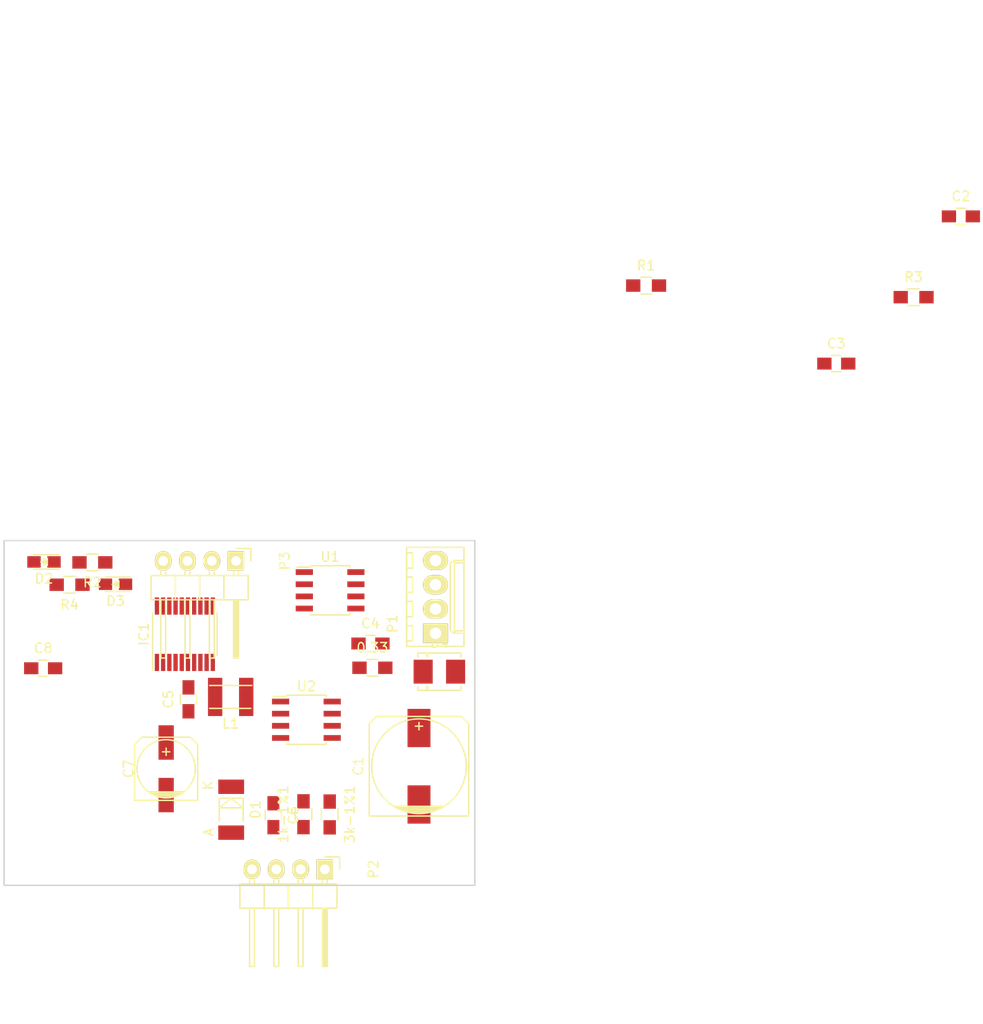
<source format=kicad_pcb>
(kicad_pcb (version 4) (host pcbnew 4.0.2-stable)

  (general
    (links 58)
    (no_connects 58)
    (area 53.112599 105.588999 102.538601 141.807001)
    (thickness 1.6)
    (drawings 10)
    (tracks 0)
    (zones 0)
    (modules 26)
    (nets 31)
  )

  (page A4)
  (layers
    (0 F.Cu signal)
    (31 B.Cu signal)
    (32 B.Adhes user)
    (33 F.Adhes user)
    (34 B.Paste user)
    (35 F.Paste user)
    (36 B.SilkS user)
    (37 F.SilkS user)
    (38 B.Mask user)
    (39 F.Mask user)
    (40 Dwgs.User user)
    (41 Cmts.User user)
    (42 Eco1.User user)
    (43 Eco2.User user)
    (44 Edge.Cuts user)
    (45 Margin user)
    (46 B.CrtYd user)
    (47 F.CrtYd user)
    (48 B.Fab user)
    (49 F.Fab user)
  )

  (setup
    (last_trace_width 0.25)
    (trace_clearance 0.2)
    (zone_clearance 0.508)
    (zone_45_only no)
    (trace_min 0.2)
    (segment_width 0.2)
    (edge_width 0.15)
    (via_size 0.6)
    (via_drill 0.4)
    (via_min_size 0.4)
    (via_min_drill 0.3)
    (uvia_size 0.3)
    (uvia_drill 0.1)
    (uvias_allowed no)
    (uvia_min_size 0.2)
    (uvia_min_drill 0.1)
    (pcb_text_width 0.3)
    (pcb_text_size 1.5 1.5)
    (mod_edge_width 0.15)
    (mod_text_size 1 1)
    (mod_text_width 0.15)
    (pad_size 1.8 0.6)
    (pad_drill 0)
    (pad_to_mask_clearance 0.2)
    (aux_axis_origin 0 0)
    (visible_elements 7FFFFFFF)
    (pcbplotparams
      (layerselection 0x00030_80000001)
      (usegerberextensions false)
      (excludeedgelayer true)
      (linewidth 0.100000)
      (plotframeref false)
      (viasonmask false)
      (mode 1)
      (useauxorigin false)
      (hpglpennumber 1)
      (hpglpenspeed 20)
      (hpglpendiameter 15)
      (hpglpenoverlay 2)
      (psnegative false)
      (psa4output false)
      (plotreference true)
      (plotvalue true)
      (plotinvisibletext false)
      (padsonsilk false)
      (subtractmaskfromsilk false)
      (outputformat 1)
      (mirror false)
      (drillshape 1)
      (scaleselection 1)
      (outputdirectory ""))
  )

  (net 0 "")
  (net 1 "Net-(0.33-Pad1)")
  (net 2 "Net-(0.33-Pad2)")
  (net 3 GND)
  (net 4 "Net-(1k-1%1-Pad2)")
  (net 5 +5V)
  (net 6 +24V)
  (net 7 /485A)
  (net 8 /485B)
  (net 9 "Net-(C5-Pad1)")
  (net 10 "Net-(C6-Pad1)")
  (net 11 "Net-(D1-Pad1)")
  (net 12 "Net-(D2-Pad1)")
  (net 13 "Net-(D3-Pad2)")
  (net 14 "Net-(D3-Pad1)")
  (net 15 /TRIG)
  (net 16 /MAX485-TX)
  (net 17 /MAX485-RX)
  (net 18 "Net-(IC1-Pad5)")
  (net 19 "Net-(IC1-Pad6)")
  (net 20 "Net-(IC1-Pad10)")
  (net 21 /ECHO)
  (net 22 "Net-(IC1-Pad12)")
  (net 23 "Net-(IC1-Pad13)")
  (net 24 /MAX485-DIR)
  (net 25 "Net-(IC1-Pad15)")
  (net 26 "Net-(IC1-Pad16)")
  (net 27 /SWIM)
  (net 28 "Net-(IC1-Pad19)")
  (net 29 "Net-(IC1-Pad20)")
  (net 30 /NRST)

  (net_class Default "This is the default net class."
    (clearance 0.2)
    (trace_width 0.25)
    (via_dia 0.6)
    (via_drill 0.4)
    (uvia_dia 0.3)
    (uvia_drill 0.1)
    (add_net +24V)
    (add_net +5V)
    (add_net /485A)
    (add_net /485B)
    (add_net /ECHO)
    (add_net /MAX485-DIR)
    (add_net /MAX485-RX)
    (add_net /MAX485-TX)
    (add_net /NRST)
    (add_net /SWIM)
    (add_net /TRIG)
    (add_net GND)
    (add_net "Net-(0.33-Pad1)")
    (add_net "Net-(0.33-Pad2)")
    (add_net "Net-(1k-1%1-Pad2)")
    (add_net "Net-(C5-Pad1)")
    (add_net "Net-(C6-Pad1)")
    (add_net "Net-(D1-Pad1)")
    (add_net "Net-(D2-Pad1)")
    (add_net "Net-(D3-Pad1)")
    (add_net "Net-(D3-Pad2)")
    (add_net "Net-(IC1-Pad10)")
    (add_net "Net-(IC1-Pad12)")
    (add_net "Net-(IC1-Pad13)")
    (add_net "Net-(IC1-Pad15)")
    (add_net "Net-(IC1-Pad16)")
    (add_net "Net-(IC1-Pad19)")
    (add_net "Net-(IC1-Pad20)")
    (add_net "Net-(IC1-Pad5)")
    (add_net "Net-(IC1-Pad6)")
  )

  (module Housings_SSOP:TSSOP-20_4.4x6.5mm_Pitch0.65mm (layer F.Cu) (tedit 5777FF43) (tstamp 5777F425)
    (at 72.1158 115.4648 90)
    (descr "20-Lead Plastic Thin Shrink Small Outline (ST)-4.4 mm Body [TSSOP] (see Microchip Packaging Specification 00000049BS.pdf)")
    (tags "SSOP 0.65")
    (path /5776DE91)
    (attr smd)
    (fp_text reference IC1 (at 0 -4.3 90) (layer F.SilkS)
      (effects (font (size 1 1) (thickness 0.15)))
    )
    (fp_text value STM8S003F3P (at 0 4.3 90) (layer F.Fab)
      (effects (font (size 1 1) (thickness 0.15)))
    )
    (fp_line (start -3.95 -3.55) (end -3.95 3.55) (layer F.CrtYd) (width 0.05))
    (fp_line (start 3.95 -3.55) (end 3.95 3.55) (layer F.CrtYd) (width 0.05))
    (fp_line (start -3.95 -3.55) (end 3.95 -3.55) (layer F.CrtYd) (width 0.05))
    (fp_line (start -3.95 3.55) (end 3.95 3.55) (layer F.CrtYd) (width 0.05))
    (fp_line (start -2.225 3.375) (end 2.225 3.375) (layer F.SilkS) (width 0.15))
    (fp_line (start -3.75 -3.375) (end 2.225 -3.375) (layer F.SilkS) (width 0.15))
    (pad 1 smd rect (at -2.95 -2.925 90) (size 1.8 0.45) (layers F.Cu F.Paste F.Mask)
      (net 15 /TRIG))
    (pad 2 smd rect (at -2.95 -2.275 90) (size 1.8 0.45) (layers F.Cu F.Paste F.Mask)
      (net 16 /MAX485-TX))
    (pad 3 smd rect (at -2.95 -1.625 90) (size 1.8 0.45) (layers F.Cu F.Paste F.Mask)
      (net 17 /MAX485-RX))
    (pad 4 smd rect (at -2.95 -0.975 90) (size 1.8 0.45) (layers F.Cu F.Paste F.Mask)
      (net 30 /NRST))
    (pad 5 smd rect (at -2.95 -0.325 90) (size 1.8 0.45) (layers F.Cu F.Paste F.Mask)
      (net 18 "Net-(IC1-Pad5)"))
    (pad 6 smd rect (at -2.95 0.325 90) (size 1.8 0.45) (layers F.Cu F.Paste F.Mask)
      (net 19 "Net-(IC1-Pad6)"))
    (pad 7 smd rect (at -2.95 0.975 90) (size 1.8 0.45) (layers F.Cu F.Paste F.Mask)
      (net 3 GND))
    (pad 8 smd rect (at -2.95 1.625 90) (size 1.8 0.45) (layers F.Cu F.Paste F.Mask)
      (net 9 "Net-(C5-Pad1)"))
    (pad 9 smd rect (at -2.95 2.275 90) (size 1.8 0.45) (layers F.Cu F.Paste F.Mask)
      (net 5 +5V))
    (pad 10 smd rect (at -2.95 2.925 90) (size 1.8 0.45) (layers F.Cu F.Paste F.Mask)
      (net 20 "Net-(IC1-Pad10)"))
    (pad 11 smd rect (at 2.95 2.925 90) (size 1.8 0.45) (layers F.Cu F.Paste F.Mask)
      (net 21 /ECHO))
    (pad 12 smd rect (at 2.95 2.275 90) (size 1.8 0.45) (layers F.Cu F.Paste F.Mask)
      (net 22 "Net-(IC1-Pad12)"))
    (pad 13 smd rect (at 2.95 1.625 90) (size 1.8 0.45) (layers F.Cu F.Paste F.Mask)
      (net 23 "Net-(IC1-Pad13)"))
    (pad 14 smd rect (at 2.95 0.975 90) (size 1.8 0.45) (layers F.Cu F.Paste F.Mask)
      (net 24 /MAX485-DIR))
    (pad 15 smd rect (at 2.95 0.325 90) (size 1.8 0.45) (layers F.Cu F.Paste F.Mask)
      (net 25 "Net-(IC1-Pad15)"))
    (pad 16 smd rect (at 2.95 -0.325 90) (size 1.8 0.45) (layers F.Cu F.Paste F.Mask)
      (net 26 "Net-(IC1-Pad16)"))
    (pad 17 smd rect (at 2.95 -0.975 90) (size 1.8 0.45) (layers F.Cu F.Paste F.Mask)
      (net 14 "Net-(D3-Pad1)"))
    (pad 18 smd rect (at 2.95 -1.625 90) (size 1.8 0.45) (layers F.Cu F.Paste F.Mask)
      (net 27 /SWIM))
    (pad 19 smd rect (at 2.95 -2.275 90) (size 1.8 0.45) (layers F.Cu F.Paste F.Mask)
      (net 28 "Net-(IC1-Pad19)"))
    (pad 20 smd rect (at 2.95 -2.925 90) (size 1.8 0.45) (layers F.Cu F.Paste F.Mask)
      (net 29 "Net-(IC1-Pad20)"))
    (model Housings_SSOP.3dshapes/TSSOP-20_4.4x6.5mm_Pitch0.65mm.wrl
      (at (xyz 0 0 0))
      (scale (xyz 1 1 1))
      (rotate (xyz 0 0 0))
    )
  )

  (module Pin_Headers:Pin_Header_Angled_1x04 (layer F.Cu) (tedit 0) (tstamp 5777F443)
    (at 77.47 107.7976 270)
    (descr "Through hole pin header")
    (tags "pin header")
    (path /5776F1D2)
    (fp_text reference P3 (at 0 -5.1 270) (layer F.SilkS)
      (effects (font (size 1 1) (thickness 0.15)))
    )
    (fp_text value JSN-SR04T (at 0 -3.1 270) (layer F.Fab)
      (effects (font (size 1 1) (thickness 0.15)))
    )
    (fp_line (start -1.5 -1.75) (end -1.5 9.4) (layer F.CrtYd) (width 0.05))
    (fp_line (start 10.65 -1.75) (end 10.65 9.4) (layer F.CrtYd) (width 0.05))
    (fp_line (start -1.5 -1.75) (end 10.65 -1.75) (layer F.CrtYd) (width 0.05))
    (fp_line (start -1.5 9.4) (end 10.65 9.4) (layer F.CrtYd) (width 0.05))
    (fp_line (start -1.3 -1.55) (end -1.3 0) (layer F.SilkS) (width 0.15))
    (fp_line (start 0 -1.55) (end -1.3 -1.55) (layer F.SilkS) (width 0.15))
    (fp_line (start 4.191 -0.127) (end 10.033 -0.127) (layer F.SilkS) (width 0.15))
    (fp_line (start 10.033 -0.127) (end 10.033 0.127) (layer F.SilkS) (width 0.15))
    (fp_line (start 10.033 0.127) (end 4.191 0.127) (layer F.SilkS) (width 0.15))
    (fp_line (start 4.191 0.127) (end 4.191 0) (layer F.SilkS) (width 0.15))
    (fp_line (start 4.191 0) (end 10.033 0) (layer F.SilkS) (width 0.15))
    (fp_line (start 1.524 -0.254) (end 1.143 -0.254) (layer F.SilkS) (width 0.15))
    (fp_line (start 1.524 0.254) (end 1.143 0.254) (layer F.SilkS) (width 0.15))
    (fp_line (start 1.524 2.286) (end 1.143 2.286) (layer F.SilkS) (width 0.15))
    (fp_line (start 1.524 2.794) (end 1.143 2.794) (layer F.SilkS) (width 0.15))
    (fp_line (start 1.524 4.826) (end 1.143 4.826) (layer F.SilkS) (width 0.15))
    (fp_line (start 1.524 5.334) (end 1.143 5.334) (layer F.SilkS) (width 0.15))
    (fp_line (start 1.524 7.874) (end 1.143 7.874) (layer F.SilkS) (width 0.15))
    (fp_line (start 1.524 7.366) (end 1.143 7.366) (layer F.SilkS) (width 0.15))
    (fp_line (start 1.524 -1.27) (end 4.064 -1.27) (layer F.SilkS) (width 0.15))
    (fp_line (start 1.524 1.27) (end 4.064 1.27) (layer F.SilkS) (width 0.15))
    (fp_line (start 1.524 1.27) (end 1.524 3.81) (layer F.SilkS) (width 0.15))
    (fp_line (start 1.524 3.81) (end 4.064 3.81) (layer F.SilkS) (width 0.15))
    (fp_line (start 4.064 2.286) (end 10.16 2.286) (layer F.SilkS) (width 0.15))
    (fp_line (start 10.16 2.286) (end 10.16 2.794) (layer F.SilkS) (width 0.15))
    (fp_line (start 10.16 2.794) (end 4.064 2.794) (layer F.SilkS) (width 0.15))
    (fp_line (start 4.064 3.81) (end 4.064 1.27) (layer F.SilkS) (width 0.15))
    (fp_line (start 4.064 1.27) (end 4.064 -1.27) (layer F.SilkS) (width 0.15))
    (fp_line (start 10.16 0.254) (end 4.064 0.254) (layer F.SilkS) (width 0.15))
    (fp_line (start 10.16 -0.254) (end 10.16 0.254) (layer F.SilkS) (width 0.15))
    (fp_line (start 4.064 -0.254) (end 10.16 -0.254) (layer F.SilkS) (width 0.15))
    (fp_line (start 1.524 1.27) (end 4.064 1.27) (layer F.SilkS) (width 0.15))
    (fp_line (start 1.524 -1.27) (end 1.524 1.27) (layer F.SilkS) (width 0.15))
    (fp_line (start 1.524 6.35) (end 4.064 6.35) (layer F.SilkS) (width 0.15))
    (fp_line (start 1.524 6.35) (end 1.524 8.89) (layer F.SilkS) (width 0.15))
    (fp_line (start 1.524 8.89) (end 4.064 8.89) (layer F.SilkS) (width 0.15))
    (fp_line (start 4.064 7.366) (end 10.16 7.366) (layer F.SilkS) (width 0.15))
    (fp_line (start 10.16 7.366) (end 10.16 7.874) (layer F.SilkS) (width 0.15))
    (fp_line (start 10.16 7.874) (end 4.064 7.874) (layer F.SilkS) (width 0.15))
    (fp_line (start 4.064 8.89) (end 4.064 6.35) (layer F.SilkS) (width 0.15))
    (fp_line (start 4.064 6.35) (end 4.064 3.81) (layer F.SilkS) (width 0.15))
    (fp_line (start 10.16 5.334) (end 4.064 5.334) (layer F.SilkS) (width 0.15))
    (fp_line (start 10.16 4.826) (end 10.16 5.334) (layer F.SilkS) (width 0.15))
    (fp_line (start 4.064 4.826) (end 10.16 4.826) (layer F.SilkS) (width 0.15))
    (fp_line (start 1.524 6.35) (end 4.064 6.35) (layer F.SilkS) (width 0.15))
    (fp_line (start 1.524 3.81) (end 1.524 6.35) (layer F.SilkS) (width 0.15))
    (fp_line (start 1.524 3.81) (end 4.064 3.81) (layer F.SilkS) (width 0.15))
    (pad 1 thru_hole rect (at 0 0 270) (size 2.032 1.7272) (drill 1.016) (layers *.Cu *.Mask F.SilkS)
      (net 5 +5V))
    (pad 2 thru_hole oval (at 0 2.54 270) (size 2.032 1.7272) (drill 1.016) (layers *.Cu *.Mask F.SilkS)
      (net 15 /TRIG))
    (pad 3 thru_hole oval (at 0 5.08 270) (size 2.032 1.7272) (drill 1.016) (layers *.Cu *.Mask F.SilkS)
      (net 21 /ECHO))
    (pad 4 thru_hole oval (at 0 7.62 270) (size 2.032 1.7272) (drill 1.016) (layers *.Cu *.Mask F.SilkS)
      (net 3 GND))
    (model Pin_Headers.3dshapes/Pin_Header_Angled_1x04.wrl
      (at (xyz 0 -0.15 0))
      (scale (xyz 1 1 1))
      (rotate (xyz 0 0 90))
    )
  )

  (module Resistors_SMD:R_0805_HandSoldering (layer F.Cu) (tedit 54189DEE) (tstamp 5777F3B9)
    (at 91.7448 118.9736)
    (descr "Resistor SMD 0805, hand soldering")
    (tags "resistor 0805")
    (path /5777CFE0)
    (attr smd)
    (fp_text reference 0.33 (at 0 -2.1) (layer F.SilkS)
      (effects (font (size 1 1) (thickness 0.15)))
    )
    (fp_text value R (at 0 2.1) (layer F.Fab)
      (effects (font (size 1 1) (thickness 0.15)))
    )
    (fp_line (start -2.4 -1) (end 2.4 -1) (layer F.CrtYd) (width 0.05))
    (fp_line (start -2.4 1) (end 2.4 1) (layer F.CrtYd) (width 0.05))
    (fp_line (start -2.4 -1) (end -2.4 1) (layer F.CrtYd) (width 0.05))
    (fp_line (start 2.4 -1) (end 2.4 1) (layer F.CrtYd) (width 0.05))
    (fp_line (start 0.6 0.875) (end -0.6 0.875) (layer F.SilkS) (width 0.15))
    (fp_line (start -0.6 -0.875) (end 0.6 -0.875) (layer F.SilkS) (width 0.15))
    (pad 1 smd rect (at -1.35 0) (size 1.5 1.3) (layers F.Cu F.Paste F.Mask)
      (net 1 "Net-(0.33-Pad1)"))
    (pad 2 smd rect (at 1.35 0) (size 1.5 1.3) (layers F.Cu F.Paste F.Mask)
      (net 2 "Net-(0.33-Pad2)"))
    (model Resistors_SMD.3dshapes/R_0805_HandSoldering.wrl
      (at (xyz 0 0 0))
      (scale (xyz 1 1 1))
      (rotate (xyz 0 0 0))
    )
  )

  (module Resistors_SMD:R_0805_HandSoldering (layer F.Cu) (tedit 54189DEE) (tstamp 5777F3BF)
    (at 84.5312 134.2936 90)
    (descr "Resistor SMD 0805, hand soldering")
    (tags "resistor 0805")
    (path /5777D649)
    (attr smd)
    (fp_text reference 1k-1%1 (at 0 -2.1 90) (layer F.SilkS)
      (effects (font (size 1 1) (thickness 0.15)))
    )
    (fp_text value R (at 0 2.1 90) (layer F.Fab)
      (effects (font (size 1 1) (thickness 0.15)))
    )
    (fp_line (start -2.4 -1) (end 2.4 -1) (layer F.CrtYd) (width 0.05))
    (fp_line (start -2.4 1) (end 2.4 1) (layer F.CrtYd) (width 0.05))
    (fp_line (start -2.4 -1) (end -2.4 1) (layer F.CrtYd) (width 0.05))
    (fp_line (start 2.4 -1) (end 2.4 1) (layer F.CrtYd) (width 0.05))
    (fp_line (start 0.6 0.875) (end -0.6 0.875) (layer F.SilkS) (width 0.15))
    (fp_line (start -0.6 -0.875) (end 0.6 -0.875) (layer F.SilkS) (width 0.15))
    (pad 1 smd rect (at -1.35 0 90) (size 1.5 1.3) (layers F.Cu F.Paste F.Mask)
      (net 3 GND))
    (pad 2 smd rect (at 1.35 0 90) (size 1.5 1.3) (layers F.Cu F.Paste F.Mask)
      (net 4 "Net-(1k-1%1-Pad2)"))
    (model Resistors_SMD.3dshapes/R_0805_HandSoldering.wrl
      (at (xyz 0 0 0))
      (scale (xyz 1 1 1))
      (rotate (xyz 0 0 0))
    )
  )

  (module Resistors_SMD:R_0805_HandSoldering (layer F.Cu) (tedit 54189DEE) (tstamp 5777F3C5)
    (at 87.2744 134.3152 270)
    (descr "Resistor SMD 0805, hand soldering")
    (tags "resistor 0805")
    (path /5777D6EB)
    (attr smd)
    (fp_text reference 3k-1%1 (at 0 -2.1 270) (layer F.SilkS)
      (effects (font (size 1 1) (thickness 0.15)))
    )
    (fp_text value R (at 0 2.1 270) (layer F.Fab)
      (effects (font (size 1 1) (thickness 0.15)))
    )
    (fp_line (start -2.4 -1) (end 2.4 -1) (layer F.CrtYd) (width 0.05))
    (fp_line (start -2.4 1) (end 2.4 1) (layer F.CrtYd) (width 0.05))
    (fp_line (start -2.4 -1) (end -2.4 1) (layer F.CrtYd) (width 0.05))
    (fp_line (start 2.4 -1) (end 2.4 1) (layer F.CrtYd) (width 0.05))
    (fp_line (start 0.6 0.875) (end -0.6 0.875) (layer F.SilkS) (width 0.15))
    (fp_line (start -0.6 -0.875) (end 0.6 -0.875) (layer F.SilkS) (width 0.15))
    (pad 1 smd rect (at -1.35 0 270) (size 1.5 1.3) (layers F.Cu F.Paste F.Mask)
      (net 4 "Net-(1k-1%1-Pad2)"))
    (pad 2 smd rect (at 1.35 0 270) (size 1.5 1.3) (layers F.Cu F.Paste F.Mask)
      (net 5 +5V))
    (model Resistors_SMD.3dshapes/R_0805_HandSoldering.wrl
      (at (xyz 0 0 0))
      (scale (xyz 1 1 1))
      (rotate (xyz 0 0 0))
    )
  )

  (module Capacitors_SMD:c_elec_10x10 (layer F.Cu) (tedit 55729832) (tstamp 5777F3CB)
    (at 96.6216 129.2733 90)
    (descr "SMT capacitor, aluminium electrolytic, 10x10")
    (path /5777C277)
    (attr smd)
    (fp_text reference C1 (at 0 -6.35 90) (layer F.SilkS)
      (effects (font (size 1 1) (thickness 0.15)))
    )
    (fp_text value 470u (at 0 6.35 90) (layer F.Fab)
      (effects (font (size 1 1) (thickness 0.15)))
    )
    (fp_line (start -6.35 -5.6) (end 6.35 -5.6) (layer F.CrtYd) (width 0.05))
    (fp_line (start 6.35 -5.6) (end 6.35 5.6) (layer F.CrtYd) (width 0.05))
    (fp_line (start 6.35 5.6) (end -6.35 5.6) (layer F.CrtYd) (width 0.05))
    (fp_line (start -6.35 5.6) (end -6.35 -5.6) (layer F.CrtYd) (width 0.05))
    (fp_line (start -4.826 1.016) (end -4.826 -1.016) (layer F.SilkS) (width 0.15))
    (fp_line (start -4.699 -1.397) (end -4.699 1.524) (layer F.SilkS) (width 0.15))
    (fp_line (start -4.572 1.778) (end -4.572 -1.778) (layer F.SilkS) (width 0.15))
    (fp_line (start -4.445 -2.159) (end -4.445 2.159) (layer F.SilkS) (width 0.15))
    (fp_line (start -4.318 2.413) (end -4.318 -2.413) (layer F.SilkS) (width 0.15))
    (fp_line (start -4.191 -2.54) (end -4.191 2.54) (layer F.SilkS) (width 0.15))
    (fp_line (start -5.207 -5.207) (end -5.207 5.207) (layer F.SilkS) (width 0.15))
    (fp_line (start -5.207 5.207) (end 4.445 5.207) (layer F.SilkS) (width 0.15))
    (fp_line (start 4.445 5.207) (end 5.207 4.445) (layer F.SilkS) (width 0.15))
    (fp_line (start 5.207 4.445) (end 5.207 -4.445) (layer F.SilkS) (width 0.15))
    (fp_line (start 5.207 -4.445) (end 4.445 -5.207) (layer F.SilkS) (width 0.15))
    (fp_line (start 4.445 -5.207) (end -5.207 -5.207) (layer F.SilkS) (width 0.15))
    (fp_line (start 4.572 0) (end 3.81 0) (layer F.SilkS) (width 0.15))
    (fp_line (start 4.191 -0.381) (end 4.191 0.381) (layer F.SilkS) (width 0.15))
    (fp_circle (center 0 0) (end 4.953 0) (layer F.SilkS) (width 0.15))
    (pad 1 smd rect (at 4.0005 0 90) (size 4.0005 2.4003) (layers F.Cu F.Paste F.Mask)
      (net 2 "Net-(0.33-Pad2)"))
    (pad 2 smd rect (at -4.0005 0 90) (size 4.0005 2.4003) (layers F.Cu F.Paste F.Mask)
      (net 3 GND))
    (model Capacitors_SMD.3dshapes/c_elec_10x10.wrl
      (at (xyz 0 0 0))
      (scale (xyz 1 1 1))
      (rotate (xyz 0 0 0))
    )
  )

  (module Capacitors_SMD:C_0805_HandSoldering (layer F.Cu) (tedit 541A9B8D) (tstamp 5777F3D1)
    (at 153.345001 71.755)
    (descr "Capacitor SMD 0805, hand soldering")
    (tags "capacitor 0805")
    (path /5776FCC6)
    (attr smd)
    (fp_text reference C2 (at 0 -2.1) (layer F.SilkS)
      (effects (font (size 1 1) (thickness 0.15)))
    )
    (fp_text value 47p (at 0 2.1) (layer F.Fab)
      (effects (font (size 1 1) (thickness 0.15)))
    )
    (fp_line (start -2.3 -1) (end 2.3 -1) (layer F.CrtYd) (width 0.05))
    (fp_line (start -2.3 1) (end 2.3 1) (layer F.CrtYd) (width 0.05))
    (fp_line (start -2.3 -1) (end -2.3 1) (layer F.CrtYd) (width 0.05))
    (fp_line (start 2.3 -1) (end 2.3 1) (layer F.CrtYd) (width 0.05))
    (fp_line (start 0.5 -0.85) (end -0.5 -0.85) (layer F.SilkS) (width 0.15))
    (fp_line (start -0.5 0.85) (end 0.5 0.85) (layer F.SilkS) (width 0.15))
    (pad 1 smd rect (at -1.25 0) (size 1.5 1.25) (layers F.Cu F.Paste F.Mask)
      (net 3 GND))
    (pad 2 smd rect (at 1.25 0) (size 1.5 1.25) (layers F.Cu F.Paste F.Mask)
      (net 7 /485A))
    (model Capacitors_SMD.3dshapes/C_0805_HandSoldering.wrl
      (at (xyz 0 0 0))
      (scale (xyz 1 1 1))
      (rotate (xyz 0 0 0))
    )
  )

  (module Capacitors_SMD:C_0805_HandSoldering (layer F.Cu) (tedit 541A9B8D) (tstamp 5777F3D7)
    (at 140.305001 87.155)
    (descr "Capacitor SMD 0805, hand soldering")
    (tags "capacitor 0805")
    (path /5776FD22)
    (attr smd)
    (fp_text reference C3 (at 0 -2.1) (layer F.SilkS)
      (effects (font (size 1 1) (thickness 0.15)))
    )
    (fp_text value 47p (at 0 2.1) (layer F.Fab)
      (effects (font (size 1 1) (thickness 0.15)))
    )
    (fp_line (start -2.3 -1) (end 2.3 -1) (layer F.CrtYd) (width 0.05))
    (fp_line (start -2.3 1) (end 2.3 1) (layer F.CrtYd) (width 0.05))
    (fp_line (start -2.3 -1) (end -2.3 1) (layer F.CrtYd) (width 0.05))
    (fp_line (start 2.3 -1) (end 2.3 1) (layer F.CrtYd) (width 0.05))
    (fp_line (start 0.5 -0.85) (end -0.5 -0.85) (layer F.SilkS) (width 0.15))
    (fp_line (start -0.5 0.85) (end 0.5 0.85) (layer F.SilkS) (width 0.15))
    (pad 1 smd rect (at -1.25 0) (size 1.5 1.25) (layers F.Cu F.Paste F.Mask)
      (net 8 /485B))
    (pad 2 smd rect (at 1.25 0) (size 1.5 1.25) (layers F.Cu F.Paste F.Mask)
      (net 3 GND))
    (model Capacitors_SMD.3dshapes/C_0805_HandSoldering.wrl
      (at (xyz 0 0 0))
      (scale (xyz 1 1 1))
      (rotate (xyz 0 0 0))
    )
  )

  (module Capacitors_SMD:C_0805_HandSoldering (layer F.Cu) (tedit 541A9B8D) (tstamp 5777F3DD)
    (at 91.5416 116.4336)
    (descr "Capacitor SMD 0805, hand soldering")
    (tags "capacitor 0805")
    (path /57770AE7)
    (attr smd)
    (fp_text reference C4 (at 0 -2.1) (layer F.SilkS)
      (effects (font (size 1 1) (thickness 0.15)))
    )
    (fp_text value 1u (at 0 2.1) (layer F.Fab)
      (effects (font (size 1 1) (thickness 0.15)))
    )
    (fp_line (start -2.3 -1) (end 2.3 -1) (layer F.CrtYd) (width 0.05))
    (fp_line (start -2.3 1) (end 2.3 1) (layer F.CrtYd) (width 0.05))
    (fp_line (start -2.3 -1) (end -2.3 1) (layer F.CrtYd) (width 0.05))
    (fp_line (start 2.3 -1) (end 2.3 1) (layer F.CrtYd) (width 0.05))
    (fp_line (start 0.5 -0.85) (end -0.5 -0.85) (layer F.SilkS) (width 0.15))
    (fp_line (start -0.5 0.85) (end 0.5 0.85) (layer F.SilkS) (width 0.15))
    (pad 1 smd rect (at -1.25 0) (size 1.5 1.25) (layers F.Cu F.Paste F.Mask)
      (net 5 +5V))
    (pad 2 smd rect (at 1.25 0) (size 1.5 1.25) (layers F.Cu F.Paste F.Mask)
      (net 3 GND))
    (model Capacitors_SMD.3dshapes/C_0805_HandSoldering.wrl
      (at (xyz 0 0 0))
      (scale (xyz 1 1 1))
      (rotate (xyz 0 0 0))
    )
  )

  (module Capacitors_SMD:C_0805_HandSoldering (layer F.Cu) (tedit 541A9B8D) (tstamp 5777F3E3)
    (at 72.4916 122.2756 90)
    (descr "Capacitor SMD 0805, hand soldering")
    (tags "capacitor 0805")
    (path /57770A98)
    (attr smd)
    (fp_text reference C5 (at 0 -2.1 90) (layer F.SilkS)
      (effects (font (size 1 1) (thickness 0.15)))
    )
    (fp_text value 1u (at 0 2.1 90) (layer F.Fab)
      (effects (font (size 1 1) (thickness 0.15)))
    )
    (fp_line (start -2.3 -1) (end 2.3 -1) (layer F.CrtYd) (width 0.05))
    (fp_line (start -2.3 1) (end 2.3 1) (layer F.CrtYd) (width 0.05))
    (fp_line (start -2.3 -1) (end -2.3 1) (layer F.CrtYd) (width 0.05))
    (fp_line (start 2.3 -1) (end 2.3 1) (layer F.CrtYd) (width 0.05))
    (fp_line (start 0.5 -0.85) (end -0.5 -0.85) (layer F.SilkS) (width 0.15))
    (fp_line (start -0.5 0.85) (end 0.5 0.85) (layer F.SilkS) (width 0.15))
    (pad 1 smd rect (at -1.25 0 90) (size 1.5 1.25) (layers F.Cu F.Paste F.Mask)
      (net 9 "Net-(C5-Pad1)"))
    (pad 2 smd rect (at 1.25 0 90) (size 1.5 1.25) (layers F.Cu F.Paste F.Mask)
      (net 3 GND))
    (model Capacitors_SMD.3dshapes/C_0805_HandSoldering.wrl
      (at (xyz 0 0 0))
      (scale (xyz 1 1 1))
      (rotate (xyz 0 0 0))
    )
  )

  (module Capacitors_SMD:C_0805_HandSoldering (layer F.Cu) (tedit 541A9B8D) (tstamp 5777F3E9)
    (at 81.3816 134.3968 270)
    (descr "Capacitor SMD 0805, hand soldering")
    (tags "capacitor 0805")
    (path /5778E6E0)
    (attr smd)
    (fp_text reference C6 (at 0 -2.1 270) (layer F.SilkS)
      (effects (font (size 1 1) (thickness 0.15)))
    )
    (fp_text value 33p (at 0 2.1 270) (layer F.Fab)
      (effects (font (size 1 1) (thickness 0.15)))
    )
    (fp_line (start -2.3 -1) (end 2.3 -1) (layer F.CrtYd) (width 0.05))
    (fp_line (start -2.3 1) (end 2.3 1) (layer F.CrtYd) (width 0.05))
    (fp_line (start -2.3 -1) (end -2.3 1) (layer F.CrtYd) (width 0.05))
    (fp_line (start 2.3 -1) (end 2.3 1) (layer F.CrtYd) (width 0.05))
    (fp_line (start 0.5 -0.85) (end -0.5 -0.85) (layer F.SilkS) (width 0.15))
    (fp_line (start -0.5 0.85) (end 0.5 0.85) (layer F.SilkS) (width 0.15))
    (pad 1 smd rect (at -1.25 0 270) (size 1.5 1.25) (layers F.Cu F.Paste F.Mask)
      (net 10 "Net-(C6-Pad1)"))
    (pad 2 smd rect (at 1.25 0 270) (size 1.5 1.25) (layers F.Cu F.Paste F.Mask)
      (net 3 GND))
    (model Capacitors_SMD.3dshapes/C_0805_HandSoldering.wrl
      (at (xyz 0 0 0))
      (scale (xyz 1 1 1))
      (rotate (xyz 0 0 0))
    )
  )

  (module Capacitors_SMD:c_elec_6.3x5.7 (layer F.Cu) (tedit 55726012) (tstamp 5777F3EF)
    (at 70.1548 129.54 90)
    (descr "SMT capacitor, aluminium electrolytic, 6.3x5.7")
    (path /5777C2F2)
    (attr smd)
    (fp_text reference C7 (at 0 -3.937 90) (layer F.SilkS)
      (effects (font (size 1 1) (thickness 0.15)))
    )
    (fp_text value 470u (at 0 3.81 90) (layer F.Fab)
      (effects (font (size 1 1) (thickness 0.15)))
    )
    (fp_line (start -4.85 -3.65) (end 4.85 -3.65) (layer F.CrtYd) (width 0.05))
    (fp_line (start 4.85 -3.65) (end 4.85 3.65) (layer F.CrtYd) (width 0.05))
    (fp_line (start 4.85 3.65) (end -4.85 3.65) (layer F.CrtYd) (width 0.05))
    (fp_line (start -4.85 3.65) (end -4.85 -3.65) (layer F.CrtYd) (width 0.05))
    (fp_line (start -2.921 -0.762) (end -2.921 0.762) (layer F.SilkS) (width 0.15))
    (fp_line (start -2.794 1.143) (end -2.794 -1.143) (layer F.SilkS) (width 0.15))
    (fp_line (start -2.667 -1.397) (end -2.667 1.397) (layer F.SilkS) (width 0.15))
    (fp_line (start -2.54 1.651) (end -2.54 -1.651) (layer F.SilkS) (width 0.15))
    (fp_line (start -2.413 -1.778) (end -2.413 1.778) (layer F.SilkS) (width 0.15))
    (fp_line (start -3.302 -3.302) (end -3.302 3.302) (layer F.SilkS) (width 0.15))
    (fp_line (start -3.302 3.302) (end 2.54 3.302) (layer F.SilkS) (width 0.15))
    (fp_line (start 2.54 3.302) (end 3.302 2.54) (layer F.SilkS) (width 0.15))
    (fp_line (start 3.302 2.54) (end 3.302 -2.54) (layer F.SilkS) (width 0.15))
    (fp_line (start 3.302 -2.54) (end 2.54 -3.302) (layer F.SilkS) (width 0.15))
    (fp_line (start 2.54 -3.302) (end -3.302 -3.302) (layer F.SilkS) (width 0.15))
    (fp_line (start 2.159 0) (end 1.397 0) (layer F.SilkS) (width 0.15))
    (fp_line (start 1.778 -0.381) (end 1.778 0.381) (layer F.SilkS) (width 0.15))
    (fp_circle (center 0 0) (end -3.048 0) (layer F.SilkS) (width 0.15))
    (pad 1 smd rect (at 2.75082 0 90) (size 3.59918 1.6002) (layers F.Cu F.Paste F.Mask)
      (net 5 +5V))
    (pad 2 smd rect (at -2.75082 0 90) (size 3.59918 1.6002) (layers F.Cu F.Paste F.Mask)
      (net 3 GND))
    (model Capacitors_SMD.3dshapes/c_elec_6.3x5.7.wrl
      (at (xyz 0 0 0))
      (scale (xyz 1 1 1))
      (rotate (xyz 0 0 0))
    )
  )

  (module Capacitors_SMD:C_0805_HandSoldering (layer F.Cu) (tedit 541A9B8D) (tstamp 5777F3F5)
    (at 57.2824 119.0244)
    (descr "Capacitor SMD 0805, hand soldering")
    (tags "capacitor 0805")
    (path /57795D9C)
    (attr smd)
    (fp_text reference C8 (at 0 -2.1) (layer F.SilkS)
      (effects (font (size 1 1) (thickness 0.15)))
    )
    (fp_text value 104 (at 0 2.1) (layer F.Fab)
      (effects (font (size 1 1) (thickness 0.15)))
    )
    (fp_line (start -2.3 -1) (end 2.3 -1) (layer F.CrtYd) (width 0.05))
    (fp_line (start -2.3 1) (end 2.3 1) (layer F.CrtYd) (width 0.05))
    (fp_line (start -2.3 -1) (end -2.3 1) (layer F.CrtYd) (width 0.05))
    (fp_line (start 2.3 -1) (end 2.3 1) (layer F.CrtYd) (width 0.05))
    (fp_line (start 0.5 -0.85) (end -0.5 -0.85) (layer F.SilkS) (width 0.15))
    (fp_line (start -0.5 0.85) (end 0.5 0.85) (layer F.SilkS) (width 0.15))
    (pad 1 smd rect (at -1.25 0) (size 1.5 1.25) (layers F.Cu F.Paste F.Mask)
      (net 30 /NRST))
    (pad 2 smd rect (at 1.25 0) (size 1.5 1.25) (layers F.Cu F.Paste F.Mask)
      (net 3 GND))
    (model Capacitors_SMD.3dshapes/C_0805_HandSoldering.wrl
      (at (xyz 0 0 0))
      (scale (xyz 1 1 1))
      (rotate (xyz 0 0 0))
    )
  )

  (module Diodes_SMD:MELF_Standard (layer F.Cu) (tedit 552FE7DB) (tstamp 5777F3FB)
    (at 76.962 133.8199 270)
    (descr "Diode, MELF, Standard,")
    (tags "Diode MELF Standard ")
    (path /5777C3A3)
    (attr smd)
    (fp_text reference D1 (at 0 -2.54 270) (layer F.SilkS)
      (effects (font (size 1 1) (thickness 0.15)))
    )
    (fp_text value 1N5819 (at 0 3.81 270) (layer F.Fab)
      (effects (font (size 1 1) (thickness 0.15)))
    )
    (fp_line (start -3.4 -1.6) (end 3.4 -1.6) (layer F.CrtYd) (width 0.05))
    (fp_line (start 3.4 -1.6) (end 3.4 1.6) (layer F.CrtYd) (width 0.05))
    (fp_line (start 3.4 1.6) (end -3.4 1.6) (layer F.CrtYd) (width 0.05))
    (fp_line (start -3.4 1.6) (end -3.4 -1.6) (layer F.CrtYd) (width 0.05))
    (fp_line (start -1.15062 0) (end -0.20066 -1.24968) (layer F.SilkS) (width 0.15))
    (fp_line (start -0.20066 -1.24968) (end -0.20066 1.24968) (layer F.SilkS) (width 0.15))
    (fp_line (start -0.20066 1.24968) (end -1.19888 0) (layer F.SilkS) (width 0.15))
    (fp_line (start -1.19888 -1.24968) (end -1.19888 1.24968) (layer F.SilkS) (width 0.15))
    (fp_text user K (at -2.55 2.4 270) (layer F.SilkS)
      (effects (font (size 1 1) (thickness 0.15)))
    )
    (fp_text user A (at 2.35 2.35 270) (layer F.SilkS)
      (effects (font (size 1 1) (thickness 0.15)))
    )
    (fp_circle (center 0 0) (end -0.8001 0.29972) (layer F.Adhes) (width 0.381))
    (fp_circle (center 0 0) (end 0 0.55118) (layer F.Adhes) (width 0.381))
    (fp_circle (center 0 0) (end 0 0.20066) (layer F.Adhes) (width 0.381))
    (fp_line (start 1.09982 -1.24968) (end 1.19888 -1.24968) (layer F.SilkS) (width 0.15))
    (fp_line (start 1.09982 1.24968) (end 1.19888 1.24968) (layer F.SilkS) (width 0.15))
    (fp_line (start -1.19888 -1.24968) (end 1.15062 -1.24968) (layer F.SilkS) (width 0.15))
    (fp_line (start -1.19888 1.24968) (end 1.04902 1.24968) (layer F.SilkS) (width 0.15))
    (pad 1 smd rect (at -2.4003 0 270) (size 1.50114 2.70002) (layers F.Cu F.Paste F.Mask)
      (net 11 "Net-(D1-Pad1)"))
    (pad 2 smd rect (at 2.4003 0 270) (size 1.50114 2.70002) (layers F.Cu F.Paste F.Mask)
      (net 3 GND))
    (model Diodes_SMD.3dshapes/MELF_Standard.wrl
      (at (xyz 0 0 0))
      (scale (xyz 0.3937 0.3937 0.3937))
      (rotate (xyz 0 0 180))
    )
  )

  (module LEDs:LED_0805 (layer F.Cu) (tedit 5777FD65) (tstamp 5777F401)
    (at 57.37098 107.8992 180)
    (descr "LED 0805 smd package")
    (tags "LED 0805 SMD")
    (path /57782A65)
    (attr smd)
    (fp_text reference D2 (at 0 -1.75 180) (layer F.SilkS)
      (effects (font (size 1 1) (thickness 0.15)))
    )
    (fp_text value LED (at 0 1.75 180) (layer F.Fab)
      (effects (font (size 1 1) (thickness 0.15)))
    )
    (fp_line (start -1.6 0.75) (end 1.1 0.75) (layer F.SilkS) (width 0.15))
    (fp_line (start -1.6 -0.75) (end 1.1 -0.75) (layer F.SilkS) (width 0.15))
    (fp_line (start -0.1 0.15) (end -0.1 -0.1) (layer F.SilkS) (width 0.15))
    (fp_line (start -0.1 -0.1) (end -0.25 0.05) (layer F.SilkS) (width 0.15))
    (fp_line (start -0.35 -0.35) (end -0.35 0.35) (layer F.SilkS) (width 0.15))
    (fp_line (start 0 0) (end 0.35 0) (layer F.SilkS) (width 0.15))
    (fp_line (start -0.35 0) (end 0 -0.35) (layer F.SilkS) (width 0.15))
    (fp_line (start 0 -0.35) (end 0 0.35) (layer F.SilkS) (width 0.15))
    (fp_line (start 0 0.35) (end -0.35 0) (layer F.SilkS) (width 0.15))
    (fp_line (start 1.9 -0.95) (end 1.9 0.95) (layer F.CrtYd) (width 0.05))
    (fp_line (start 1.9 0.95) (end -1.9 0.95) (layer F.CrtYd) (width 0.05))
    (fp_line (start -1.9 0.95) (end -1.9 -0.95) (layer F.CrtYd) (width 0.05))
    (fp_line (start -1.9 -0.95) (end 1.9 -0.95) (layer F.CrtYd) (width 0.05))
    (pad 2 smd rect (at 1.04902 0) (size 1.4 1.19888) (layers F.Cu F.Paste F.Mask)
      (net 5 +5V))
    (pad 1 smd rect (at -1.04902 0) (size 1.4 1.19888) (layers F.Cu F.Paste F.Mask)
      (net 12 "Net-(D2-Pad1)"))
    (model LEDs.3dshapes/LED_0805.wrl
      (at (xyz 0 0 0))
      (scale (xyz 1 1 1))
      (rotate (xyz 0 0 0))
    )
  )

  (module LEDs:LED_0805 (layer F.Cu) (tedit 5777FD77) (tstamp 5777F407)
    (at 64.85382 110.236 180)
    (descr "LED 0805 smd package")
    (tags "LED 0805 SMD")
    (path /577737B1)
    (attr smd)
    (fp_text reference D3 (at 0 -1.75 180) (layer F.SilkS)
      (effects (font (size 1 1) (thickness 0.15)))
    )
    (fp_text value LED (at 0 1.75 180) (layer F.Fab)
      (effects (font (size 1 1) (thickness 0.15)))
    )
    (fp_line (start -1.6 0.75) (end 1.1 0.75) (layer F.SilkS) (width 0.15))
    (fp_line (start -1.6 -0.75) (end 1.1 -0.75) (layer F.SilkS) (width 0.15))
    (fp_line (start -0.1 0.15) (end -0.1 -0.1) (layer F.SilkS) (width 0.15))
    (fp_line (start -0.1 -0.1) (end -0.25 0.05) (layer F.SilkS) (width 0.15))
    (fp_line (start -0.35 -0.35) (end -0.35 0.35) (layer F.SilkS) (width 0.15))
    (fp_line (start 0 0) (end 0.35 0) (layer F.SilkS) (width 0.15))
    (fp_line (start -0.35 0) (end 0 -0.35) (layer F.SilkS) (width 0.15))
    (fp_line (start 0 -0.35) (end 0 0.35) (layer F.SilkS) (width 0.15))
    (fp_line (start 0 0.35) (end -0.35 0) (layer F.SilkS) (width 0.15))
    (fp_line (start 1.9 -0.95) (end 1.9 0.95) (layer F.CrtYd) (width 0.05))
    (fp_line (start 1.9 0.95) (end -1.9 0.95) (layer F.CrtYd) (width 0.05))
    (fp_line (start -1.9 0.95) (end -1.9 -0.95) (layer F.CrtYd) (width 0.05))
    (fp_line (start -1.9 -0.95) (end 1.9 -0.95) (layer F.CrtYd) (width 0.05))
    (pad 2 smd rect (at 1.04902 0) (size 1.4 1.19888) (layers F.Cu F.Paste F.Mask)
      (net 13 "Net-(D3-Pad2)"))
    (pad 1 smd rect (at -1.04902 0) (size 1.4 1.19888) (layers F.Cu F.Paste F.Mask)
      (net 14 "Net-(D3-Pad1)"))
    (model LEDs.3dshapes/LED_0805.wrl
      (at (xyz 0 0 0))
      (scale (xyz 1 1 1))
      (rotate (xyz 0 0 0))
    )
  )

  (module Diodes_SMD:DO-214BA (layer F.Cu) (tedit 54DF7BCF) (tstamp 5777F40D)
    (at 98.7552 119.38)
    (descr "Microsemi LSM115J")
    (tags "DO-214BA diode")
    (path /5779403D)
    (attr smd)
    (fp_text reference D4 (at 0 -3) (layer F.SilkS)
      (effects (font (size 1 1) (thickness 0.15)))
    )
    (fp_text value SS14 (at 0 3) (layer F.Fab)
      (effects (font (size 1 1) (thickness 0.15)))
    )
    (fp_line (start -3 -2.25) (end 3 -2.25) (layer F.CrtYd) (width 0.05))
    (fp_line (start 3 -2.25) (end 3 2.25) (layer F.CrtYd) (width 0.05))
    (fp_line (start 3 2.25) (end -3 2.25) (layer F.CrtYd) (width 0.05))
    (fp_line (start -3 2.25) (end -3 -2.25) (layer F.CrtYd) (width 0.05))
    (fp_line (start -2.25 -1.95) (end -2.25 -1.55) (layer F.SilkS) (width 0.15))
    (fp_line (start -2.25 1.95) (end -2.25 1.55) (layer F.SilkS) (width 0.15))
    (fp_line (start 2.25 1.95) (end 2.25 1.55) (layer F.SilkS) (width 0.15))
    (fp_line (start 2.25 -1.95) (end 2.25 -1.55) (layer F.SilkS) (width 0.15))
    (fp_line (start -1.35 1.95) (end -1.35 1.55) (layer F.SilkS) (width 0.15))
    (fp_line (start -1.35 1.55) (end -1.2 1.55) (layer F.SilkS) (width 0.15))
    (fp_line (start -1.2 1.55) (end -1.2 1.95) (layer F.SilkS) (width 0.15))
    (fp_line (start -1.35 -1.95) (end -1.35 -1.55) (layer F.SilkS) (width 0.15))
    (fp_line (start -1.35 -1.55) (end -1.2 -1.55) (layer F.SilkS) (width 0.15))
    (fp_line (start -1.2 -1.55) (end -1.2 -1.95) (layer F.SilkS) (width 0.15))
    (fp_line (start -2.25 -1.95) (end 2.25 -1.95) (layer F.SilkS) (width 0.15))
    (fp_line (start 2.25 1.95) (end -2.25 1.95) (layer F.SilkS) (width 0.15))
    (pad 2 smd rect (at 1.7 0) (size 2 2.5) (layers F.Cu F.Paste F.Mask)
      (net 6 +24V))
    (pad 1 smd rect (at -1.7 0) (size 2 2.5) (layers F.Cu F.Paste F.Mask)
      (net 2 "Net-(0.33-Pad2)"))
  )

  (module Inductors_NEOSID:Neosid_Inductor_SM1206 (layer F.Cu) (tedit 5777FD1D) (tstamp 5777F42B)
    (at 76.9112 122.0216 180)
    (descr "Neosid, Inductor, SM1206, Festinduktivitaet, SMD,")
    (tags "Neosid, Inductor, SM1206, Festinduktivitaet, SMD,")
    (path /5777C33A)
    (attr smd)
    (fp_text reference L1 (at 0 -2.79908 180) (layer F.SilkS)
      (effects (font (size 1 1) (thickness 0.15)))
    )
    (fp_text value 100uH (at 0.20066 4.20116 180) (layer F.Fab)
      (effects (font (size 1 1) (thickness 0.15)))
    )
    (fp_line (start 2.19964 1.19888) (end -2.19964 1.19888) (layer F.SilkS) (width 0.15))
    (fp_line (start 2.19964 -1.19888) (end -2.10058 -1.19888) (layer F.SilkS) (width 0.15))
    (pad 2 smd rect (at 1.6256 0 180) (size 1.5 4) (layers F.Cu F.Paste F.Mask)
      (net 5 +5V))
    (pad 1 smd rect (at -1.6256 0 180) (size 1.5 4) (layers F.Cu F.Paste F.Mask)
      (net 11 "Net-(D1-Pad1)"))
  )

  (module Connectors_Molex:Molex_KK_6410-04 (layer F.Cu) (tedit 56C6219D) (tstamp 5777F433)
    (at 98.3488 115.3668 90)
    (descr "Connector Headers with Friction Lock, 22-27-2041, http://www.molex.com/pdm_docs/sd/022272021_sd.pdf")
    (tags "connector molex kk_6410 22-27-2041")
    (path /5776F455)
    (fp_text reference P1 (at 1 -4.5 90) (layer F.SilkS)
      (effects (font (size 1 1) (thickness 0.15)))
    )
    (fp_text value RS485 (at 3.81 4.5 90) (layer F.Fab)
      (effects (font (size 1 1) (thickness 0.15)))
    )
    (fp_line (start -1.37 -3.02) (end -1.37 2.98) (layer F.SilkS) (width 0.15))
    (fp_line (start -1.37 2.98) (end 8.99 2.98) (layer F.SilkS) (width 0.15))
    (fp_line (start 8.99 2.98) (end 8.99 -3.02) (layer F.SilkS) (width 0.15))
    (fp_line (start 8.99 -3.02) (end -1.37 -3.02) (layer F.SilkS) (width 0.15))
    (fp_line (start 0 2.98) (end 0 1.98) (layer F.SilkS) (width 0.15))
    (fp_line (start 0 1.98) (end 7.62 1.98) (layer F.SilkS) (width 0.15))
    (fp_line (start 7.62 1.98) (end 7.62 2.98) (layer F.SilkS) (width 0.15))
    (fp_line (start 0 1.98) (end 0.25 1.55) (layer F.SilkS) (width 0.15))
    (fp_line (start 0.25 1.55) (end 7.37 1.55) (layer F.SilkS) (width 0.15))
    (fp_line (start 7.37 1.55) (end 7.62 1.98) (layer F.SilkS) (width 0.15))
    (fp_line (start 0.25 2.98) (end 0.25 1.98) (layer F.SilkS) (width 0.15))
    (fp_line (start 7.37 2.98) (end 7.37 1.98) (layer F.SilkS) (width 0.15))
    (fp_line (start -0.8 -3.02) (end -0.8 -2.4) (layer F.SilkS) (width 0.15))
    (fp_line (start -0.8 -2.4) (end 0.8 -2.4) (layer F.SilkS) (width 0.15))
    (fp_line (start 0.8 -2.4) (end 0.8 -3.02) (layer F.SilkS) (width 0.15))
    (fp_line (start 1.74 -3.02) (end 1.74 -2.4) (layer F.SilkS) (width 0.15))
    (fp_line (start 1.74 -2.4) (end 3.34 -2.4) (layer F.SilkS) (width 0.15))
    (fp_line (start 3.34 -2.4) (end 3.34 -3.02) (layer F.SilkS) (width 0.15))
    (fp_line (start 4.28 -3.02) (end 4.28 -2.4) (layer F.SilkS) (width 0.15))
    (fp_line (start 4.28 -2.4) (end 5.88 -2.4) (layer F.SilkS) (width 0.15))
    (fp_line (start 5.88 -2.4) (end 5.88 -3.02) (layer F.SilkS) (width 0.15))
    (fp_line (start 6.82 -3.02) (end 6.82 -2.4) (layer F.SilkS) (width 0.15))
    (fp_line (start 6.82 -2.4) (end 8.42 -2.4) (layer F.SilkS) (width 0.15))
    (fp_line (start 8.42 -2.4) (end 8.42 -3.02) (layer F.SilkS) (width 0.15))
    (fp_line (start -1.9 3.5) (end -1.9 -3.55) (layer F.CrtYd) (width 0.05))
    (fp_line (start -1.9 -3.55) (end 9.5 -3.55) (layer F.CrtYd) (width 0.05))
    (fp_line (start 9.5 -3.55) (end 9.5 3.5) (layer F.CrtYd) (width 0.05))
    (fp_line (start 9.5 3.5) (end -1.9 3.5) (layer F.CrtYd) (width 0.05))
    (pad 1 thru_hole rect (at 0 0 90) (size 2 2.6) (drill 1.2) (layers *.Cu *.Mask F.SilkS)
      (net 3 GND))
    (pad 2 thru_hole oval (at 2.54 0 90) (size 2 2.6) (drill 1.2) (layers *.Cu *.Mask F.SilkS)
      (net 8 /485B))
    (pad 3 thru_hole oval (at 5.08 0 90) (size 2 2.6) (drill 1.2) (layers *.Cu *.Mask F.SilkS)
      (net 7 /485A))
    (pad 4 thru_hole oval (at 7.62 0 90) (size 2 2.6) (drill 1.2) (layers *.Cu *.Mask F.SilkS)
      (net 6 +24V))
  )

  (module Pin_Headers:Pin_Header_Angled_1x04 (layer F.Cu) (tedit 0) (tstamp 5777F43B)
    (at 86.7664 140.0556 270)
    (descr "Through hole pin header")
    (tags "pin header")
    (path /5777604E)
    (fp_text reference P2 (at 0 -5.1 270) (layer F.SilkS)
      (effects (font (size 1 1) (thickness 0.15)))
    )
    (fp_text value "CON 4" (at 0 -3.1 270) (layer F.Fab)
      (effects (font (size 1 1) (thickness 0.15)))
    )
    (fp_line (start -1.5 -1.75) (end -1.5 9.4) (layer F.CrtYd) (width 0.05))
    (fp_line (start 10.65 -1.75) (end 10.65 9.4) (layer F.CrtYd) (width 0.05))
    (fp_line (start -1.5 -1.75) (end 10.65 -1.75) (layer F.CrtYd) (width 0.05))
    (fp_line (start -1.5 9.4) (end 10.65 9.4) (layer F.CrtYd) (width 0.05))
    (fp_line (start -1.3 -1.55) (end -1.3 0) (layer F.SilkS) (width 0.15))
    (fp_line (start 0 -1.55) (end -1.3 -1.55) (layer F.SilkS) (width 0.15))
    (fp_line (start 4.191 -0.127) (end 10.033 -0.127) (layer F.SilkS) (width 0.15))
    (fp_line (start 10.033 -0.127) (end 10.033 0.127) (layer F.SilkS) (width 0.15))
    (fp_line (start 10.033 0.127) (end 4.191 0.127) (layer F.SilkS) (width 0.15))
    (fp_line (start 4.191 0.127) (end 4.191 0) (layer F.SilkS) (width 0.15))
    (fp_line (start 4.191 0) (end 10.033 0) (layer F.SilkS) (width 0.15))
    (fp_line (start 1.524 -0.254) (end 1.143 -0.254) (layer F.SilkS) (width 0.15))
    (fp_line (start 1.524 0.254) (end 1.143 0.254) (layer F.SilkS) (width 0.15))
    (fp_line (start 1.524 2.286) (end 1.143 2.286) (layer F.SilkS) (width 0.15))
    (fp_line (start 1.524 2.794) (end 1.143 2.794) (layer F.SilkS) (width 0.15))
    (fp_line (start 1.524 4.826) (end 1.143 4.826) (layer F.SilkS) (width 0.15))
    (fp_line (start 1.524 5.334) (end 1.143 5.334) (layer F.SilkS) (width 0.15))
    (fp_line (start 1.524 7.874) (end 1.143 7.874) (layer F.SilkS) (width 0.15))
    (fp_line (start 1.524 7.366) (end 1.143 7.366) (layer F.SilkS) (width 0.15))
    (fp_line (start 1.524 -1.27) (end 4.064 -1.27) (layer F.SilkS) (width 0.15))
    (fp_line (start 1.524 1.27) (end 4.064 1.27) (layer F.SilkS) (width 0.15))
    (fp_line (start 1.524 1.27) (end 1.524 3.81) (layer F.SilkS) (width 0.15))
    (fp_line (start 1.524 3.81) (end 4.064 3.81) (layer F.SilkS) (width 0.15))
    (fp_line (start 4.064 2.286) (end 10.16 2.286) (layer F.SilkS) (width 0.15))
    (fp_line (start 10.16 2.286) (end 10.16 2.794) (layer F.SilkS) (width 0.15))
    (fp_line (start 10.16 2.794) (end 4.064 2.794) (layer F.SilkS) (width 0.15))
    (fp_line (start 4.064 3.81) (end 4.064 1.27) (layer F.SilkS) (width 0.15))
    (fp_line (start 4.064 1.27) (end 4.064 -1.27) (layer F.SilkS) (width 0.15))
    (fp_line (start 10.16 0.254) (end 4.064 0.254) (layer F.SilkS) (width 0.15))
    (fp_line (start 10.16 -0.254) (end 10.16 0.254) (layer F.SilkS) (width 0.15))
    (fp_line (start 4.064 -0.254) (end 10.16 -0.254) (layer F.SilkS) (width 0.15))
    (fp_line (start 1.524 1.27) (end 4.064 1.27) (layer F.SilkS) (width 0.15))
    (fp_line (start 1.524 -1.27) (end 1.524 1.27) (layer F.SilkS) (width 0.15))
    (fp_line (start 1.524 6.35) (end 4.064 6.35) (layer F.SilkS) (width 0.15))
    (fp_line (start 1.524 6.35) (end 1.524 8.89) (layer F.SilkS) (width 0.15))
    (fp_line (start 1.524 8.89) (end 4.064 8.89) (layer F.SilkS) (width 0.15))
    (fp_line (start 4.064 7.366) (end 10.16 7.366) (layer F.SilkS) (width 0.15))
    (fp_line (start 10.16 7.366) (end 10.16 7.874) (layer F.SilkS) (width 0.15))
    (fp_line (start 10.16 7.874) (end 4.064 7.874) (layer F.SilkS) (width 0.15))
    (fp_line (start 4.064 8.89) (end 4.064 6.35) (layer F.SilkS) (width 0.15))
    (fp_line (start 4.064 6.35) (end 4.064 3.81) (layer F.SilkS) (width 0.15))
    (fp_line (start 10.16 5.334) (end 4.064 5.334) (layer F.SilkS) (width 0.15))
    (fp_line (start 10.16 4.826) (end 10.16 5.334) (layer F.SilkS) (width 0.15))
    (fp_line (start 4.064 4.826) (end 10.16 4.826) (layer F.SilkS) (width 0.15))
    (fp_line (start 1.524 6.35) (end 4.064 6.35) (layer F.SilkS) (width 0.15))
    (fp_line (start 1.524 3.81) (end 1.524 6.35) (layer F.SilkS) (width 0.15))
    (fp_line (start 1.524 3.81) (end 4.064 3.81) (layer F.SilkS) (width 0.15))
    (pad 1 thru_hole rect (at 0 0 270) (size 2.032 1.7272) (drill 1.016) (layers *.Cu *.Mask F.SilkS)
      (net 5 +5V))
    (pad 2 thru_hole oval (at 0 2.54 270) (size 2.032 1.7272) (drill 1.016) (layers *.Cu *.Mask F.SilkS)
      (net 27 /SWIM))
    (pad 3 thru_hole oval (at 0 5.08 270) (size 2.032 1.7272) (drill 1.016) (layers *.Cu *.Mask F.SilkS)
      (net 3 GND))
    (pad 4 thru_hole oval (at 0 7.62 270) (size 2.032 1.7272) (drill 1.016) (layers *.Cu *.Mask F.SilkS)
      (net 30 /NRST))
    (model Pin_Headers.3dshapes/Pin_Header_Angled_1x04.wrl
      (at (xyz 0 -0.15 0))
      (scale (xyz 1 1 1))
      (rotate (xyz 0 0 90))
    )
  )

  (module Resistors_SMD:R_0805_HandSoldering (layer F.Cu) (tedit 54189DEE) (tstamp 5777F449)
    (at 120.396 78.994)
    (descr "Resistor SMD 0805, hand soldering")
    (tags "resistor 0805")
    (path /5776FC93)
    (attr smd)
    (fp_text reference R1 (at 0 -2.1) (layer F.SilkS)
      (effects (font (size 1 1) (thickness 0.15)))
    )
    (fp_text value 120 (at 0 2.1) (layer F.Fab)
      (effects (font (size 1 1) (thickness 0.15)))
    )
    (fp_line (start -2.4 -1) (end 2.4 -1) (layer F.CrtYd) (width 0.05))
    (fp_line (start -2.4 1) (end 2.4 1) (layer F.CrtYd) (width 0.05))
    (fp_line (start -2.4 -1) (end -2.4 1) (layer F.CrtYd) (width 0.05))
    (fp_line (start 2.4 -1) (end 2.4 1) (layer F.CrtYd) (width 0.05))
    (fp_line (start 0.6 0.875) (end -0.6 0.875) (layer F.SilkS) (width 0.15))
    (fp_line (start -0.6 -0.875) (end 0.6 -0.875) (layer F.SilkS) (width 0.15))
    (pad 1 smd rect (at -1.35 0) (size 1.5 1.3) (layers F.Cu F.Paste F.Mask)
      (net 7 /485A))
    (pad 2 smd rect (at 1.35 0) (size 1.5 1.3) (layers F.Cu F.Paste F.Mask)
      (net 8 /485B))
    (model Resistors_SMD.3dshapes/R_0805_HandSoldering.wrl
      (at (xyz 0 0 0))
      (scale (xyz 1 1 1))
      (rotate (xyz 0 0 0))
    )
  )

  (module Resistors_SMD:R_0805_HandSoldering (layer F.Cu) (tedit 54189DEE) (tstamp 5777F44F)
    (at 62.4332 107.95 180)
    (descr "Resistor SMD 0805, hand soldering")
    (tags "resistor 0805")
    (path /57782A59)
    (attr smd)
    (fp_text reference R2 (at 0 -2.1 180) (layer F.SilkS)
      (effects (font (size 1 1) (thickness 0.15)))
    )
    (fp_text value R (at 0 2.1 180) (layer F.Fab)
      (effects (font (size 1 1) (thickness 0.15)))
    )
    (fp_line (start -2.4 -1) (end 2.4 -1) (layer F.CrtYd) (width 0.05))
    (fp_line (start -2.4 1) (end 2.4 1) (layer F.CrtYd) (width 0.05))
    (fp_line (start -2.4 -1) (end -2.4 1) (layer F.CrtYd) (width 0.05))
    (fp_line (start 2.4 -1) (end 2.4 1) (layer F.CrtYd) (width 0.05))
    (fp_line (start 0.6 0.875) (end -0.6 0.875) (layer F.SilkS) (width 0.15))
    (fp_line (start -0.6 -0.875) (end 0.6 -0.875) (layer F.SilkS) (width 0.15))
    (pad 1 smd rect (at -1.35 0 180) (size 1.5 1.3) (layers F.Cu F.Paste F.Mask)
      (net 3 GND))
    (pad 2 smd rect (at 1.35 0 180) (size 1.5 1.3) (layers F.Cu F.Paste F.Mask)
      (net 12 "Net-(D2-Pad1)"))
    (model Resistors_SMD.3dshapes/R_0805_HandSoldering.wrl
      (at (xyz 0 0 0))
      (scale (xyz 1 1 1))
      (rotate (xyz 0 0 0))
    )
  )

  (module Resistors_SMD:R_0805_HandSoldering (layer F.Cu) (tedit 54189DEE) (tstamp 5777F455)
    (at 148.395001 80.205)
    (descr "Resistor SMD 0805, hand soldering")
    (tags "resistor 0805")
    (path /57795D06)
    (attr smd)
    (fp_text reference R3 (at 0 -2.1) (layer F.SilkS)
      (effects (font (size 1 1) (thickness 0.15)))
    )
    (fp_text value 10k (at 0 2.1) (layer F.Fab)
      (effects (font (size 1 1) (thickness 0.15)))
    )
    (fp_line (start -2.4 -1) (end 2.4 -1) (layer F.CrtYd) (width 0.05))
    (fp_line (start -2.4 1) (end 2.4 1) (layer F.CrtYd) (width 0.05))
    (fp_line (start -2.4 -1) (end -2.4 1) (layer F.CrtYd) (width 0.05))
    (fp_line (start 2.4 -1) (end 2.4 1) (layer F.CrtYd) (width 0.05))
    (fp_line (start 0.6 0.875) (end -0.6 0.875) (layer F.SilkS) (width 0.15))
    (fp_line (start -0.6 -0.875) (end 0.6 -0.875) (layer F.SilkS) (width 0.15))
    (pad 1 smd rect (at -1.35 0) (size 1.5 1.3) (layers F.Cu F.Paste F.Mask)
      (net 5 +5V))
    (pad 2 smd rect (at 1.35 0) (size 1.5 1.3) (layers F.Cu F.Paste F.Mask)
      (net 30 /NRST))
    (model Resistors_SMD.3dshapes/R_0805_HandSoldering.wrl
      (at (xyz 0 0 0))
      (scale (xyz 1 1 1))
      (rotate (xyz 0 0 0))
    )
  )

  (module Resistors_SMD:R_0805_HandSoldering (layer F.Cu) (tedit 54189DEE) (tstamp 5777F45B)
    (at 60.0456 110.2868 180)
    (descr "Resistor SMD 0805, hand soldering")
    (tags "resistor 0805")
    (path /57772FB2)
    (attr smd)
    (fp_text reference R4 (at 0 -2.1 180) (layer F.SilkS)
      (effects (font (size 1 1) (thickness 0.15)))
    )
    (fp_text value 1K (at 0 2.1 180) (layer F.Fab)
      (effects (font (size 1 1) (thickness 0.15)))
    )
    (fp_line (start -2.4 -1) (end 2.4 -1) (layer F.CrtYd) (width 0.05))
    (fp_line (start -2.4 1) (end 2.4 1) (layer F.CrtYd) (width 0.05))
    (fp_line (start -2.4 -1) (end -2.4 1) (layer F.CrtYd) (width 0.05))
    (fp_line (start 2.4 -1) (end 2.4 1) (layer F.CrtYd) (width 0.05))
    (fp_line (start 0.6 0.875) (end -0.6 0.875) (layer F.SilkS) (width 0.15))
    (fp_line (start -0.6 -0.875) (end 0.6 -0.875) (layer F.SilkS) (width 0.15))
    (pad 1 smd rect (at -1.35 0 180) (size 1.5 1.3) (layers F.Cu F.Paste F.Mask)
      (net 13 "Net-(D3-Pad2)"))
    (pad 2 smd rect (at 1.35 0 180) (size 1.5 1.3) (layers F.Cu F.Paste F.Mask)
      (net 5 +5V))
    (model Resistors_SMD.3dshapes/R_0805_HandSoldering.wrl
      (at (xyz 0 0 0))
      (scale (xyz 1 1 1))
      (rotate (xyz 0 0 0))
    )
  )

  (module Housings_SOIC:SOIC-8_3.9x4.9mm_Pitch1.27mm (layer F.Cu) (tedit 5777FF72) (tstamp 5777F467)
    (at 87.3176 110.871)
    (descr "8-Lead Plastic Small Outline (SN) - Narrow, 3.90 mm Body [SOIC] (see Microchip Packaging Specification 00000049BS.pdf)")
    (tags "SOIC 1.27")
    (path /5776E738)
    (attr smd)
    (fp_text reference U1 (at 0 -3.5) (layer F.SilkS)
      (effects (font (size 1 1) (thickness 0.15)))
    )
    (fp_text value MAX485 (at 0 3.5) (layer F.Fab)
      (effects (font (size 1 1) (thickness 0.15)))
    )
    (fp_line (start -3.75 -2.75) (end -3.75 2.75) (layer F.CrtYd) (width 0.05))
    (fp_line (start 3.75 -2.75) (end 3.75 2.75) (layer F.CrtYd) (width 0.05))
    (fp_line (start -3.75 -2.75) (end 3.75 -2.75) (layer F.CrtYd) (width 0.05))
    (fp_line (start -3.75 2.75) (end 3.75 2.75) (layer F.CrtYd) (width 0.05))
    (fp_line (start -2.075 -2.575) (end -2.075 -2.43) (layer F.SilkS) (width 0.15))
    (fp_line (start 2.075 -2.575) (end 2.075 -2.43) (layer F.SilkS) (width 0.15))
    (fp_line (start 2.075 2.575) (end 2.075 2.43) (layer F.SilkS) (width 0.15))
    (fp_line (start -2.075 2.575) (end -2.075 2.43) (layer F.SilkS) (width 0.15))
    (fp_line (start -2.075 -2.575) (end 2.075 -2.575) (layer F.SilkS) (width 0.15))
    (fp_line (start -2.075 2.575) (end 2.075 2.575) (layer F.SilkS) (width 0.15))
    (fp_line (start -2.075 -2.43) (end -3.475 -2.43) (layer F.SilkS) (width 0.15))
    (pad 1 smd rect (at -2.7 -1.905) (size 1.8 0.6) (layers F.Cu F.Paste F.Mask)
      (net 17 /MAX485-RX))
    (pad 2 smd rect (at -2.7 -0.635) (size 1.8 0.6) (layers F.Cu F.Paste F.Mask)
      (net 24 /MAX485-DIR))
    (pad 3 smd rect (at -2.7 0.635) (size 1.8 0.6) (layers F.Cu F.Paste F.Mask)
      (net 24 /MAX485-DIR))
    (pad 4 smd rect (at -2.7 1.905) (size 1.8 0.6) (layers F.Cu F.Paste F.Mask)
      (net 16 /MAX485-TX))
    (pad 5 smd rect (at 2.7 1.905) (size 1.8 0.6) (layers F.Cu F.Paste F.Mask)
      (net 3 GND))
    (pad 6 smd rect (at 2.7 0.635) (size 1.8 0.6) (layers F.Cu F.Paste F.Mask)
      (net 8 /485B))
    (pad 7 smd rect (at 2.7 -0.635) (size 1.8 0.6) (layers F.Cu F.Paste F.Mask)
      (net 7 /485A))
    (pad 8 smd rect (at 2.7 -1.905) (size 1.8 0.6) (layers F.Cu F.Paste F.Mask)
      (net 5 +5V))
    (model Housings_SOIC.3dshapes/SOIC-8_3.9x4.9mm_Pitch1.27mm.wrl
      (at (xyz 0 0 0))
      (scale (xyz 1 1 1))
      (rotate (xyz 0 0 0))
    )
  )

  (module Housings_SOIC:SOIC-8_3.9x4.9mm_Pitch1.27mm (layer F.Cu) (tedit 5777FFBC) (tstamp 5777F473)
    (at 84.836 124.4092)
    (descr "8-Lead Plastic Small Outline (SN) - Narrow, 3.90 mm Body [SOIC] (see Microchip Packaging Specification 00000049BS.pdf)")
    (tags "SOIC 1.27")
    (path /5776EC4E)
    (attr smd)
    (fp_text reference U2 (at 0 -3.5) (layer F.SilkS)
      (effects (font (size 1 1) (thickness 0.15)))
    )
    (fp_text value MC34063 (at 0 3.5) (layer F.Fab)
      (effects (font (size 1 1) (thickness 0.15)))
    )
    (fp_line (start -3.75 -2.75) (end -3.75 2.75) (layer F.CrtYd) (width 0.05))
    (fp_line (start 3.75 -2.75) (end 3.75 2.75) (layer F.CrtYd) (width 0.05))
    (fp_line (start -3.75 -2.75) (end 3.75 -2.75) (layer F.CrtYd) (width 0.05))
    (fp_line (start -3.75 2.75) (end 3.75 2.75) (layer F.CrtYd) (width 0.05))
    (fp_line (start -2.075 -2.575) (end -2.075 -2.43) (layer F.SilkS) (width 0.15))
    (fp_line (start 2.075 -2.575) (end 2.075 -2.43) (layer F.SilkS) (width 0.15))
    (fp_line (start 2.075 2.575) (end 2.075 2.43) (layer F.SilkS) (width 0.15))
    (fp_line (start -2.075 2.575) (end -2.075 2.43) (layer F.SilkS) (width 0.15))
    (fp_line (start -2.075 -2.575) (end 2.075 -2.575) (layer F.SilkS) (width 0.15))
    (fp_line (start -2.075 2.575) (end 2.075 2.575) (layer F.SilkS) (width 0.15))
    (fp_line (start -2.075 -2.43) (end -3.475 -2.43) (layer F.SilkS) (width 0.15))
    (pad 1 smd rect (at -2.7 -1.905) (size 1.8 0.6) (layers F.Cu F.Paste F.Mask)
      (net 1 "Net-(0.33-Pad1)"))
    (pad 2 smd rect (at -2.7 -0.635) (size 1.8 0.6) (layers F.Cu F.Paste F.Mask)
      (net 11 "Net-(D1-Pad1)"))
    (pad 3 smd rect (at -2.7 0.635) (size 1.8 0.6) (layers F.Cu F.Paste F.Mask)
      (net 10 "Net-(C6-Pad1)"))
    (pad 4 smd rect (at -2.7 1.905) (size 1.8 0.6) (layers F.Cu F.Paste F.Mask)
      (net 3 GND))
    (pad 5 smd rect (at 2.7 1.905) (size 1.8 0.6) (layers F.Cu F.Paste F.Mask)
      (net 4 "Net-(1k-1%1-Pad2)"))
    (pad 6 smd rect (at 2.7 0.635) (size 1.8 0.6) (layers F.Cu F.Paste F.Mask)
      (net 2 "Net-(0.33-Pad2)"))
    (pad 7 smd rect (at 2.7 -0.635) (size 1.8 0.6) (layers F.Cu F.Paste F.Mask)
      (net 1 "Net-(0.33-Pad1)"))
    (pad 8 smd rect (at 2.7 -1.905) (size 1.8 0.6) (layers F.Cu F.Paste F.Mask)
      (net 1 "Net-(0.33-Pad1)"))
    (model Housings_SOIC.3dshapes/SOIC-8_3.9x4.9mm_Pitch1.27mm.wrl
      (at (xyz 0 0 0))
      (scale (xyz 1 1 1))
      (rotate (xyz 0 0 0))
    )
  )

  (dimension 20.320063 (width 0.3) (layer B.Paste)
    (gr_text "20.320 mm" (at 63.40292 103.017718 359.8567608) (layer B.Paste)
      (effects (font (size 1.5 1.5) (thickness 0.3)))
    )
    (feature1 (pts (xy 73.5584 104.8512) (xy 73.566295 101.693122)))
    (feature2 (pts (xy 53.2384 104.8004) (xy 53.246295 101.642322)))
    (crossbar (pts (xy 53.239545 104.342314) (xy 73.559545 104.393114)))
    (arrow1a (pts (xy 73.559545 104.393114) (xy 72.431579 104.976717)))
    (arrow1b (pts (xy 73.559545 104.393114) (xy 72.434511 103.803879)))
    (arrow2a (pts (xy 53.239545 104.342314) (xy 54.364579 104.931549)))
    (arrow2b (pts (xy 53.239545 104.342314) (xy 54.367511 103.758711)))
  )
  (dimension 40.132514 (width 0.3) (layer B.Paste)
    (gr_text "40.133 mm" (at 73.340383 101.416914 0.2901027336) (layer B.Paste)
      (effects (font (size 1.5 1.5) (thickness 0.3)))
    )
    (feature1 (pts (xy 93.4212 104.2416) (xy 93.399548 99.965332)))
    (feature2 (pts (xy 53.2892 104.4448) (xy 53.267548 100.168532)))
    (crossbar (pts (xy 53.281219 102.868497) (xy 93.413219 102.665297)))
    (arrow1a (pts (xy 93.413219 102.665297) (xy 92.289699 103.257414)))
    (arrow1b (pts (xy 93.413219 102.665297) (xy 92.283761 102.084588)))
    (arrow2a (pts (xy 53.281219 102.868497) (xy 54.410677 103.449206)))
    (arrow2b (pts (xy 53.281219 102.868497) (xy 54.404739 102.27638)))
  )
  (dimension 49.581737 (width 0.3) (layer B.Paste)
    (gr_text "49.582 mm" (at 77.699551 156.71574 359.6477763) (layer B.Paste)
      (effects (font (size 1.5 1.5) (thickness 0.3)))
    )
    (feature1 (pts (xy 102.5652 144.6276) (xy 102.481652 158.218115)))
    (feature2 (pts (xy 52.9844 144.3228) (xy 52.900852 157.913315)))
    (crossbar (pts (xy 52.91745 155.213366) (xy 102.49825 155.518166)))
    (arrow1a (pts (xy 102.49825 155.518166) (xy 101.368163 156.097651)))
    (arrow1b (pts (xy 102.49825 155.518166) (xy 101.375373 154.924831)))
    (arrow2a (pts (xy 52.91745 155.213366) (xy 54.040327 155.806701)))
    (arrow2b (pts (xy 52.91745 155.213366) (xy 54.047537 154.633881)))
  )
  (dimension 36.017522 (width 0.3) (layer B.Paste)
    (gr_text "36.018 mm" (at 111.70921 123.707529 89.75756514) (layer B.Paste)
      (effects (font (size 1.5 1.5) (thickness 0.3)))
    )
    (feature1 (pts (xy 103.378 141.6812) (xy 112.982998 141.721841)))
    (feature2 (pts (xy 103.5304 105.664) (xy 113.135398 105.704641)))
    (crossbar (pts (xy 110.435422 105.693217) (xy 110.283022 141.710417)))
    (arrow1a (pts (xy 110.283022 141.710417) (xy 109.701373 140.581442)))
    (arrow1b (pts (xy 110.283022 141.710417) (xy 110.874204 140.586405)))
    (arrow2a (pts (xy 110.435422 105.693217) (xy 109.84424 106.817229)))
    (arrow2b (pts (xy 110.435422 105.693217) (xy 111.017071 106.822192)))
  )
  (gr_line (start 53.1876 141.630435) (end 53.1876 105.664) (layer Edge.Cuts) (width 0.15))
  (gr_line (start 102.4636 141.732) (end 53.1876 141.732) (layer Edge.Cuts) (width 0.15))
  (gr_line (start 102.4636 105.664) (end 102.4636 141.732) (layer Edge.Cuts) (width 0.15))
  (gr_line (start 53.1876 105.664) (end 102.3112 105.664) (layer Edge.Cuts) (width 0.15))
  (dimension 40.894 (width 0.3) (layer B.Paste)
    (gr_text "40.894 mm" (at 118.237 50.974) (layer B.Paste)
      (effects (font (size 1.5 1.5) (thickness 0.3)))
    )
    (feature1 (pts (xy 138.684 53.34) (xy 138.684 49.624)))
    (feature2 (pts (xy 97.79 53.34) (xy 97.79 49.624)))
    (crossbar (pts (xy 97.79 52.324) (xy 138.684 52.324)))
    (arrow1a (pts (xy 138.684 52.324) (xy 137.557496 52.910421)))
    (arrow1b (pts (xy 138.684 52.324) (xy 137.557496 51.737579)))
    (arrow2a (pts (xy 97.79 52.324) (xy 98.916504 52.910421)))
    (arrow2b (pts (xy 97.79 52.324) (xy 98.916504 51.737579)))
  )
  (dimension 30.734 (width 0.3) (layer B.Paste)
    (gr_text "30.734 mm" (at 140.0175 67.75705 90) (layer B.Paste)
      (effects (font (size 1.5 1.5) (thickness 0.3)))
    )
    (feature1 (pts (xy 146.9555 52.39005) (xy 138.6675 52.39005)))
    (feature2 (pts (xy 146.9555 83.12405) (xy 138.6675 83.12405)))
    (crossbar (pts (xy 141.3675 83.12405) (xy 141.3675 52.39005)))
    (arrow1a (pts (xy 141.3675 52.39005) (xy 141.953921 53.516554)))
    (arrow1b (pts (xy 141.3675 52.39005) (xy 140.781079 53.516554)))
    (arrow2a (pts (xy 141.3675 83.12405) (xy 141.953921 81.997546)))
    (arrow2b (pts (xy 141.3675 83.12405) (xy 140.781079 81.997546)))
  )

)

</source>
